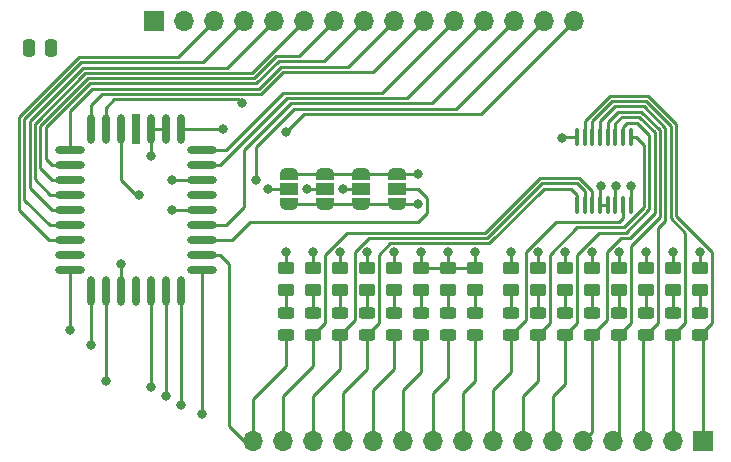
<source format=gbr>
%TF.GenerationSoftware,KiCad,Pcbnew,(6.0.0-0)*%
%TF.CreationDate,2022-08-18T21:47:30-04:00*%
%TF.ProjectId,CPU-Microcode-EEPROMs,4350552d-4d69-4637-926f-636f64652d45,rev?*%
%TF.SameCoordinates,Original*%
%TF.FileFunction,Copper,L1,Top*%
%TF.FilePolarity,Positive*%
%FSLAX46Y46*%
G04 Gerber Fmt 4.6, Leading zero omitted, Abs format (unit mm)*
G04 Created by KiCad (PCBNEW (6.0.0-0)) date 2022-08-18 21:47:30*
%MOMM*%
%LPD*%
G01*
G04 APERTURE LIST*
G04 Aperture macros list*
%AMRoundRect*
0 Rectangle with rounded corners*
0 $1 Rounding radius*
0 $2 $3 $4 $5 $6 $7 $8 $9 X,Y pos of 4 corners*
0 Add a 4 corners polygon primitive as box body*
4,1,4,$2,$3,$4,$5,$6,$7,$8,$9,$2,$3,0*
0 Add four circle primitives for the rounded corners*
1,1,$1+$1,$2,$3*
1,1,$1+$1,$4,$5*
1,1,$1+$1,$6,$7*
1,1,$1+$1,$8,$9*
0 Add four rect primitives between the rounded corners*
20,1,$1+$1,$2,$3,$4,$5,0*
20,1,$1+$1,$4,$5,$6,$7,0*
20,1,$1+$1,$6,$7,$8,$9,0*
20,1,$1+$1,$8,$9,$2,$3,0*%
%AMFreePoly0*
4,1,22,0.550000,-0.750000,0.000000,-0.750000,0.000000,-0.745033,-0.079941,-0.743568,-0.215256,-0.701293,-0.333266,-0.622738,-0.424486,-0.514219,-0.481581,-0.384460,-0.499164,-0.250000,-0.500000,-0.250000,-0.500000,0.250000,-0.499164,0.250000,-0.499963,0.256109,-0.478152,0.396186,-0.417904,0.524511,-0.324060,0.630769,-0.204165,0.706417,-0.067858,0.745374,0.000000,0.744959,0.000000,0.750000,
0.550000,0.750000,0.550000,-0.750000,0.550000,-0.750000,$1*%
%AMFreePoly1*
4,1,20,0.000000,0.744959,0.073905,0.744508,0.209726,0.703889,0.328688,0.626782,0.421226,0.519385,0.479903,0.390333,0.500000,0.250000,0.500000,-0.250000,0.499851,-0.262216,0.476331,-0.402017,0.414519,-0.529596,0.319384,-0.634700,0.198574,-0.708877,0.061801,-0.746166,0.000000,-0.745033,0.000000,-0.750000,-0.550000,-0.750000,-0.550000,0.750000,0.000000,0.750000,0.000000,0.744959,
0.000000,0.744959,$1*%
G04 Aperture macros list end*
%TA.AperFunction,SMDPad,CuDef*%
%ADD10RoundRect,0.250000X-0.250000X-0.475000X0.250000X-0.475000X0.250000X0.475000X-0.250000X0.475000X0*%
%TD*%
%TA.AperFunction,SMDPad,CuDef*%
%ADD11RoundRect,0.100000X0.100000X-0.637500X0.100000X0.637500X-0.100000X0.637500X-0.100000X-0.637500X0*%
%TD*%
%TA.AperFunction,SMDPad,CuDef*%
%ADD12RoundRect,0.250000X0.450000X-0.262500X0.450000X0.262500X-0.450000X0.262500X-0.450000X-0.262500X0*%
%TD*%
%TA.AperFunction,SMDPad,CuDef*%
%ADD13RoundRect,0.243750X-0.456250X0.243750X-0.456250X-0.243750X0.456250X-0.243750X0.456250X0.243750X0*%
%TD*%
%TA.AperFunction,SMDPad,CuDef*%
%ADD14R,0.644962X2.535553*%
%TD*%
%TA.AperFunction,SMDPad,CuDef*%
%ADD15RoundRect,0.322481X0.000000X-0.945295X0.000000X-0.945295X0.000000X0.945295X0.000000X0.945295X0*%
%TD*%
%TA.AperFunction,SMDPad,CuDef*%
%ADD16RoundRect,0.322481X-0.945295X0.000000X0.945295X0.000000X0.945295X0.000000X-0.945295X0.000000X0*%
%TD*%
%TA.AperFunction,SMDPad,CuDef*%
%ADD17FreePoly0,270.000000*%
%TD*%
%TA.AperFunction,SMDPad,CuDef*%
%ADD18R,1.500000X1.000000*%
%TD*%
%TA.AperFunction,SMDPad,CuDef*%
%ADD19FreePoly1,270.000000*%
%TD*%
%TA.AperFunction,ComponentPad*%
%ADD20R,1.700000X1.700000*%
%TD*%
%TA.AperFunction,ComponentPad*%
%ADD21O,1.700000X1.700000*%
%TD*%
%TA.AperFunction,ViaPad*%
%ADD22C,0.800000*%
%TD*%
%TA.AperFunction,Conductor*%
%ADD23C,0.250000*%
%TD*%
G04 APERTURE END LIST*
D10*
%TO.P,C1,2*%
%TO.N,GND*%
X60386000Y-79502000D03*
%TO.P,C1,1*%
%TO.N,VCC*%
X58486000Y-79502000D03*
%TD*%
D11*
%TO.P,U1,1,A0*%
%TO.N,\u03BC4*%
X104913000Y-92778500D03*
%TO.P,U1,2,A1*%
%TO.N,\u03BC5*%
X105563000Y-92778500D03*
%TO.P,U1,3,A2*%
%TO.N,\u03BC6*%
X106213000Y-92778500D03*
%TO.P,U1,4,E1*%
%TO.N,GND*%
X106863000Y-92778500D03*
%TO.P,U1,5,E2*%
X107513000Y-92778500D03*
%TO.P,U1,6,E3*%
%TO.N,VCC*%
X108163000Y-92778500D03*
%TO.P,U1,7,O7*%
%TO.N,~{DECODE_CONTROL_7}*%
X108813000Y-92778500D03*
%TO.P,U1,8,GND*%
%TO.N,GND*%
X109463000Y-92778500D03*
%TO.P,U1,9,O6*%
%TO.N,~{DECODE_CONTROL_6}*%
X109463000Y-87053500D03*
%TO.P,U1,10,O5*%
%TO.N,~{DECODE_CONTROL_5}*%
X108813000Y-87053500D03*
%TO.P,U1,11,O4*%
%TO.N,~{DECODE_CONTROL_4}*%
X108163000Y-87053500D03*
%TO.P,U1,12,O3*%
%TO.N,~{DECODE_CONTROL_3}*%
X107513000Y-87053500D03*
%TO.P,U1,13,O2*%
%TO.N,~{DECODE_CONTROL_2}*%
X106863000Y-87053500D03*
%TO.P,U1,14,O1*%
%TO.N,~{DECODE_CONTROL_1}*%
X106213000Y-87053500D03*
%TO.P,U1,15,O0*%
%TO.N,~{DECODE_CONTROL_0}*%
X105563000Y-87053500D03*
%TO.P,U1,16,VCC*%
%TO.N,VCC*%
X104913000Y-87053500D03*
%TD*%
D12*
%TO.P,R2,1*%
%TO.N,Net-(D2-Pad1)*%
X101600000Y-99972500D03*
%TO.P,R2,2*%
%TO.N,GND*%
X101600000Y-98147500D03*
%TD*%
D13*
%TO.P,D2,1,K*%
%TO.N,Net-(D2-Pad1)*%
X101600000Y-101932500D03*
%TO.P,D2,2,A*%
%TO.N,~{DECODE_CONTROL_6}*%
X101600000Y-103807500D03*
%TD*%
D14*
%TO.P,U2,1,nc*%
%TO.N,unconnected-(U2-Pad1)*%
X67564000Y-86374448D03*
D15*
%TO.P,U2,2,A14*%
%TO.N,A14*%
X66294000Y-86374448D03*
%TO.P,U2,3,A12*%
%TO.N,INSTRUCTION7*%
X65024000Y-86374448D03*
%TO.P,U2,4,A7*%
%TO.N,INSTRUCTION2*%
X63754000Y-86374448D03*
D16*
%TO.P,U2,5,A6*%
%TO.N,INSTRUCTION1*%
X61990448Y-88138000D03*
%TO.P,U2,6,A5*%
%TO.N,INSTRUCTION0*%
X61990448Y-89408000D03*
%TO.P,U2,7,A4*%
%TO.N,STEP4*%
X61990448Y-90678000D03*
%TO.P,U2,8,A3*%
%TO.N,STEP3*%
X61990448Y-91948000D03*
%TO.P,U2,9,A2*%
%TO.N,STEP2*%
X61990448Y-93218000D03*
%TO.P,U2,10,A1*%
%TO.N,STEP1*%
X61990448Y-94488000D03*
%TO.P,U2,11,A0*%
%TO.N,STEP0*%
X61990448Y-95758000D03*
%TO.P,U2,12,nc*%
%TO.N,unconnected-(U2-Pad12)*%
X61990448Y-97028000D03*
%TO.P,U2,13,I/O0*%
%TO.N,\u03BC0*%
X61990448Y-98298000D03*
D15*
%TO.P,U2,14,I/O1*%
%TO.N,\u03BC1*%
X63754000Y-100061553D03*
%TO.P,U2,15,I/O2*%
%TO.N,\u03BC2*%
X65024000Y-100061553D03*
%TO.P,U2,16,Gnd*%
%TO.N,GND*%
X66294000Y-100061553D03*
%TO.P,U2,17,nc*%
%TO.N,unconnected-(U2-Pad17)*%
X67564000Y-100061553D03*
%TO.P,U2,18,I/O3*%
%TO.N,\u03BC3*%
X68834000Y-100061553D03*
%TO.P,U2,19,I/O4*%
%TO.N,\u03BC4*%
X70104000Y-100061553D03*
%TO.P,U2,20,I/O5*%
%TO.N,\u03BC5*%
X71374000Y-100061553D03*
D16*
%TO.P,U2,21,I/O6*%
%TO.N,\u03BC6*%
X73137553Y-98298000D03*
%TO.P,U2,22,I/O7*%
%TO.N,\u03BC7*%
X73137553Y-97028000D03*
%TO.P,U2,23,~{CE}*%
%TO.N,~{CE}*%
X73137553Y-95758000D03*
%TO.P,U2,24,A10*%
%TO.N,INSTRUCTION5*%
X73137553Y-94488000D03*
%TO.P,U2,25,~{OE}*%
%TO.N,~{OE}*%
X73137553Y-93218000D03*
%TO.P,U2,26,NC*%
%TO.N,unconnected-(U2-Pad26)*%
X73137553Y-91948000D03*
%TO.P,U2,27,A11*%
%TO.N,INSTRUCTION6*%
X73137553Y-90678000D03*
%TO.P,U2,28,A9*%
%TO.N,INSTRUCTION4*%
X73137553Y-89408000D03*
%TO.P,U2,29,A8*%
%TO.N,INSTRUCTION3*%
X73137553Y-88138000D03*
D15*
%TO.P,U2,30,A13*%
%TO.N,A13*%
X71374000Y-86374448D03*
%TO.P,U2,31,~{WE}*%
%TO.N,VCC*%
X70104000Y-86374448D03*
%TO.P,U2,32,Vcc*%
X68834000Y-86374448D03*
%TD*%
D13*
%TO.P,D15,1,K*%
%TO.N,Net-(D15-Pad1)*%
X93980000Y-101932500D03*
%TO.P,D15,2,A*%
%TO.N,\u03BC1*%
X93980000Y-103807500D03*
%TD*%
D17*
%TO.P,JP4,1,A*%
%TO.N,VCC*%
X83566000Y-90140000D03*
D18*
%TO.P,JP4,2,C*%
%TO.N,A14*%
X83566000Y-91440000D03*
D19*
%TO.P,JP4,3,B*%
%TO.N,GND*%
X83566000Y-92740000D03*
%TD*%
D13*
%TO.P,D5,1,K*%
%TO.N,Net-(D5-Pad1)*%
X108458000Y-101932500D03*
%TO.P,D5,2,A*%
%TO.N,~{DECODE_CONTROL_3}*%
X108458000Y-103807500D03*
%TD*%
%TO.P,D9,1,K*%
%TO.N,Net-(D9-Pad1)*%
X80264000Y-101932500D03*
%TO.P,D9,2,A*%
%TO.N,\u03BC7*%
X80264000Y-103807500D03*
%TD*%
D12*
%TO.P,R4,1*%
%TO.N,Net-(D4-Pad1)*%
X106172000Y-99972500D03*
%TO.P,R4,2*%
%TO.N,GND*%
X106172000Y-98147500D03*
%TD*%
D13*
%TO.P,D8,1,K*%
%TO.N,Net-(D8-Pad1)*%
X115316000Y-101932500D03*
%TO.P,D8,2,A*%
%TO.N,~{DECODE_CONTROL_0}*%
X115316000Y-103807500D03*
%TD*%
D12*
%TO.P,R12,1*%
%TO.N,Net-(D12-Pad1)*%
X87122000Y-99972500D03*
%TO.P,R12,2*%
%TO.N,GND*%
X87122000Y-98147500D03*
%TD*%
%TO.P,R14,1*%
%TO.N,Net-(D14-Pad1)*%
X91694000Y-99972500D03*
%TO.P,R14,2*%
%TO.N,GND*%
X91694000Y-98147500D03*
%TD*%
%TO.P,R9,1*%
%TO.N,Net-(D9-Pad1)*%
X80264000Y-99972500D03*
%TO.P,R9,2*%
%TO.N,GND*%
X80264000Y-98147500D03*
%TD*%
%TO.P,R15,1*%
%TO.N,Net-(D15-Pad1)*%
X93980000Y-99972500D03*
%TO.P,R15,2*%
%TO.N,GND*%
X93980000Y-98147500D03*
%TD*%
D17*
%TO.P,JP2,1,A*%
%TO.N,VCC*%
X86614000Y-90140000D03*
D18*
%TO.P,JP2,2,C*%
%TO.N,~{OE}*%
X86614000Y-91440000D03*
D19*
%TO.P,JP2,3,B*%
%TO.N,GND*%
X86614000Y-92740000D03*
%TD*%
D12*
%TO.P,R11,1*%
%TO.N,Net-(D11-Pad1)*%
X84836000Y-99972500D03*
%TO.P,R11,2*%
%TO.N,GND*%
X84836000Y-98147500D03*
%TD*%
D13*
%TO.P,D11,1,K*%
%TO.N,Net-(D11-Pad1)*%
X84836000Y-101932500D03*
%TO.P,D11,2,A*%
%TO.N,\u03BC5*%
X84836000Y-103807500D03*
%TD*%
D12*
%TO.P,R10,1*%
%TO.N,Net-(D10-Pad1)*%
X82550000Y-99972500D03*
%TO.P,R10,2*%
%TO.N,GND*%
X82550000Y-98147500D03*
%TD*%
D13*
%TO.P,D6,1,K*%
%TO.N,Net-(D6-Pad1)*%
X110744000Y-101932500D03*
%TO.P,D6,2,A*%
%TO.N,~{DECODE_CONTROL_2}*%
X110744000Y-103807500D03*
%TD*%
%TO.P,D7,1,K*%
%TO.N,Net-(D7-Pad1)*%
X113030000Y-101932500D03*
%TO.P,D7,2,A*%
%TO.N,~{DECODE_CONTROL_1}*%
X113030000Y-103807500D03*
%TD*%
%TO.P,D4,1,K*%
%TO.N,Net-(D4-Pad1)*%
X106172000Y-101932500D03*
%TO.P,D4,2,A*%
%TO.N,~{DECODE_CONTROL_4}*%
X106172000Y-103807500D03*
%TD*%
D17*
%TO.P,JP3,1,A*%
%TO.N,VCC*%
X80518000Y-90140000D03*
D18*
%TO.P,JP3,2,C*%
%TO.N,A13*%
X80518000Y-91440000D03*
D19*
%TO.P,JP3,3,B*%
%TO.N,GND*%
X80518000Y-92740000D03*
%TD*%
D13*
%TO.P,D3,1,K*%
%TO.N,Net-(D3-Pad1)*%
X103886000Y-101932500D03*
%TO.P,D3,2,A*%
%TO.N,~{DECODE_CONTROL_5}*%
X103886000Y-103807500D03*
%TD*%
D12*
%TO.P,R3,1*%
%TO.N,Net-(D3-Pad1)*%
X103886000Y-99972500D03*
%TO.P,R3,2*%
%TO.N,GND*%
X103886000Y-98147500D03*
%TD*%
%TO.P,R6,1*%
%TO.N,Net-(D6-Pad1)*%
X110744000Y-99972500D03*
%TO.P,R6,2*%
%TO.N,GND*%
X110744000Y-98147500D03*
%TD*%
D13*
%TO.P,D16,1,K*%
%TO.N,Net-(D16-Pad1)*%
X96266000Y-101932500D03*
%TO.P,D16,2,A*%
%TO.N,\u03BC0*%
X96266000Y-103807500D03*
%TD*%
%TO.P,D12,1,K*%
%TO.N,Net-(D12-Pad1)*%
X87122000Y-101932500D03*
%TO.P,D12,2,A*%
%TO.N,\u03BC4*%
X87122000Y-103807500D03*
%TD*%
D12*
%TO.P,R7,1*%
%TO.N,Net-(D7-Pad1)*%
X113030000Y-99972500D03*
%TO.P,R7,2*%
%TO.N,GND*%
X113030000Y-98147500D03*
%TD*%
D13*
%TO.P,D1,1,K*%
%TO.N,Net-(D1-Pad1)*%
X99314000Y-101932500D03*
%TO.P,D1,2,A*%
%TO.N,~{DECODE_CONTROL_7}*%
X99314000Y-103807500D03*
%TD*%
%TO.P,D13,1,K*%
%TO.N,Net-(D13-Pad1)*%
X89408000Y-101932500D03*
%TO.P,D13,2,A*%
%TO.N,\u03BC3*%
X89408000Y-103807500D03*
%TD*%
D17*
%TO.P,JP1,1,A*%
%TO.N,VCC*%
X89662000Y-90140000D03*
D18*
%TO.P,JP1,2,C*%
%TO.N,~{CE}*%
X89662000Y-91440000D03*
D19*
%TO.P,JP1,3,B*%
%TO.N,GND*%
X89662000Y-92740000D03*
%TD*%
D13*
%TO.P,D10,1,K*%
%TO.N,Net-(D10-Pad1)*%
X82550000Y-101932500D03*
%TO.P,D10,2,A*%
%TO.N,\u03BC6*%
X82550000Y-103807500D03*
%TD*%
D12*
%TO.P,R1,1*%
%TO.N,Net-(D1-Pad1)*%
X99314000Y-99972500D03*
%TO.P,R1,2*%
%TO.N,GND*%
X99314000Y-98147500D03*
%TD*%
%TO.P,R5,1*%
%TO.N,Net-(D5-Pad1)*%
X108458000Y-99972500D03*
%TO.P,R5,2*%
%TO.N,GND*%
X108458000Y-98147500D03*
%TD*%
%TO.P,R13,1*%
%TO.N,Net-(D13-Pad1)*%
X89408000Y-99972500D03*
%TO.P,R13,2*%
%TO.N,GND*%
X89408000Y-98147500D03*
%TD*%
D13*
%TO.P,D14,1,K*%
%TO.N,Net-(D14-Pad1)*%
X91694000Y-101932500D03*
%TO.P,D14,2,A*%
%TO.N,\u03BC2*%
X91694000Y-103807500D03*
%TD*%
D12*
%TO.P,R16,1*%
%TO.N,Net-(D16-Pad1)*%
X96266000Y-99972500D03*
%TO.P,R16,2*%
%TO.N,GND*%
X96266000Y-98147500D03*
%TD*%
%TO.P,R8,1*%
%TO.N,Net-(D8-Pad1)*%
X115316000Y-99972500D03*
%TO.P,R8,2*%
%TO.N,GND*%
X115316000Y-98147500D03*
%TD*%
D20*
%TO.P,J2,1,Pin_1*%
%TO.N,~{DECODE_CONTROL_0}*%
X115570000Y-112776000D03*
D21*
%TO.P,J2,2,Pin_2*%
%TO.N,~{DECODE_CONTROL_1}*%
X113030000Y-112776000D03*
%TO.P,J2,3,Pin_3*%
%TO.N,~{DECODE_CONTROL_2}*%
X110490000Y-112776000D03*
%TO.P,J2,4,Pin_4*%
%TO.N,~{DECODE_CONTROL_3}*%
X107950000Y-112776000D03*
%TO.P,J2,5,Pin_5*%
%TO.N,~{DECODE_CONTROL_4}*%
X105410000Y-112776000D03*
%TO.P,J2,6,Pin_6*%
%TO.N,~{DECODE_CONTROL_5}*%
X102870000Y-112776000D03*
%TO.P,J2,7,Pin_7*%
%TO.N,~{DECODE_CONTROL_6}*%
X100330000Y-112776000D03*
%TO.P,J2,8,Pin_8*%
%TO.N,~{DECODE_CONTROL_7}*%
X97790000Y-112776000D03*
%TO.P,J2,9,Pin_9*%
%TO.N,\u03BC0*%
X95250000Y-112776000D03*
%TO.P,J2,10,Pin_10*%
%TO.N,\u03BC1*%
X92710000Y-112776000D03*
%TO.P,J2,11,Pin_11*%
%TO.N,\u03BC2*%
X90170000Y-112776000D03*
%TO.P,J2,12,Pin_12*%
%TO.N,\u03BC3*%
X87630000Y-112776000D03*
%TO.P,J2,13,Pin_13*%
%TO.N,\u03BC4*%
X85090000Y-112776000D03*
%TO.P,J2,14,Pin_14*%
%TO.N,\u03BC5*%
X82550000Y-112776000D03*
%TO.P,J2,15,Pin_15*%
%TO.N,\u03BC6*%
X80010000Y-112776000D03*
%TO.P,J2,16,Pin_16*%
%TO.N,\u03BC7*%
X77470000Y-112776000D03*
%TD*%
D20*
%TO.P,J1,1,Pin_1*%
%TO.N,VCC*%
X69088000Y-77216000D03*
D21*
%TO.P,J1,2,Pin_2*%
%TO.N,GND*%
X71628000Y-77216000D03*
%TO.P,J1,3,Pin_3*%
%TO.N,STEP0*%
X74168000Y-77216000D03*
%TO.P,J1,4,Pin_4*%
%TO.N,STEP1*%
X76708000Y-77216000D03*
%TO.P,J1,5,Pin_5*%
%TO.N,STEP2*%
X79248000Y-77216000D03*
%TO.P,J1,6,Pin_6*%
%TO.N,STEP3*%
X81788000Y-77216000D03*
%TO.P,J1,7,Pin_7*%
%TO.N,STEP4*%
X84328000Y-77216000D03*
%TO.P,J1,8,Pin_8*%
%TO.N,INSTRUCTION0*%
X86868000Y-77216000D03*
%TO.P,J1,9,Pin_9*%
%TO.N,INSTRUCTION1*%
X89408000Y-77216000D03*
%TO.P,J1,10,Pin_10*%
%TO.N,INSTRUCTION2*%
X91948000Y-77216000D03*
%TO.P,J1,11,Pin_11*%
%TO.N,INSTRUCTION3*%
X94488000Y-77216000D03*
%TO.P,J1,12,Pin_12*%
%TO.N,INSTRUCTION4*%
X97028000Y-77216000D03*
%TO.P,J1,13,Pin_13*%
%TO.N,INSTRUCTION5*%
X99568000Y-77216000D03*
%TO.P,J1,14,Pin_14*%
%TO.N,INSTRUCTION6*%
X102108000Y-77216000D03*
%TO.P,J1,15,Pin_15*%
%TO.N,INSTRUCTION7*%
X104648000Y-77216000D03*
%TD*%
D22*
%TO.N,GND*%
X109474000Y-91186000D03*
X106934000Y-91186000D03*
%TO.N,VCC*%
X108204000Y-91186000D03*
X103632000Y-87122000D03*
%TO.N,GND*%
X115311701Y-96778299D03*
X110744000Y-96774007D03*
X101600000Y-96774000D03*
X87122000Y-96774000D03*
X80264000Y-96774000D03*
X99314000Y-96774000D03*
X91440000Y-92710000D03*
X108458000Y-96774000D03*
X82550000Y-96774000D03*
X66294000Y-97790000D03*
X103886000Y-96774000D03*
X91694000Y-96774000D03*
X84836000Y-96774000D03*
X93980000Y-96774000D03*
X96266000Y-96774000D03*
X89408000Y-96774000D03*
X106172000Y-96774000D03*
X113030000Y-96774000D03*
%TO.N,VCC*%
X68834000Y-88646000D03*
X91440000Y-90170000D03*
%TO.N,~{OE}*%
X85090000Y-91440000D03*
X70612000Y-93218000D03*
%TO.N,A13*%
X74930000Y-86360000D03*
X78740000Y-91440000D03*
%TO.N,A14*%
X82042000Y-91440000D03*
X67818000Y-91948000D03*
%TO.N,INSTRUCTION7*%
X80264000Y-86614000D03*
X76517666Y-84135073D03*
%TO.N,INSTRUCTION6*%
X70612000Y-90678000D03*
X77724000Y-90678000D03*
%TO.N,\u03BC5*%
X71374000Y-109728000D03*
%TO.N,\u03BC4*%
X70104000Y-108966000D03*
%TO.N,\u03BC6*%
X73152000Y-110490000D03*
%TO.N,\u03BC0*%
X61976000Y-103378000D03*
%TO.N,\u03BC1*%
X63754000Y-104648000D03*
%TO.N,\u03BC2*%
X65024000Y-107696000D03*
%TO.N,\u03BC3*%
X68834000Y-108204000D03*
%TD*%
D23*
%TO.N,STEP4*%
X77577661Y-82062043D02*
X79454236Y-80185468D01*
%TO.N,STEP0*%
X62738000Y-80264000D02*
X57658000Y-85344000D01*
%TO.N,STEP2*%
X58557022Y-85716386D02*
X63110386Y-81163022D01*
%TO.N,STEP0*%
X74168000Y-77216000D02*
X71120000Y-80264000D01*
%TO.N,STEP4*%
X63482772Y-82062044D02*
X77577661Y-82062043D01*
%TO.N,STEP3*%
X60325704Y-91948000D02*
X59006533Y-90628829D01*
%TO.N,STEP4*%
X59456044Y-89682044D02*
X59456044Y-86088772D01*
%TO.N,STEP1*%
X60261852Y-94488000D02*
X58107511Y-92333659D01*
%TO.N,STEP2*%
X63110386Y-81163022D02*
X75300978Y-81163022D01*
%TO.N,STEP3*%
X59006533Y-90628829D02*
X59006533Y-85902579D01*
%TO.N,STEP0*%
X60198000Y-95758000D02*
X61990448Y-95758000D01*
%TO.N,STEP2*%
X75300978Y-81163022D02*
X79248000Y-77216000D01*
%TO.N,STEP4*%
X60452000Y-90678000D02*
X59456044Y-89682044D01*
%TO.N,STEP1*%
X58107511Y-85530193D02*
X62924193Y-80713511D01*
X58107511Y-92333659D02*
X58107511Y-85530193D01*
%TO.N,STEP4*%
X79454236Y-80185468D02*
X81358532Y-80185468D01*
%TO.N,STEP1*%
X62924193Y-80713511D02*
X73210489Y-80713511D01*
%TO.N,STEP3*%
X61990448Y-91948000D02*
X60325704Y-91948000D01*
X59006533Y-85902579D02*
X63296579Y-81612533D01*
X63296579Y-81612533D02*
X77391467Y-81612533D01*
%TO.N,STEP1*%
X61990448Y-94488000D02*
X60261852Y-94488000D01*
%TO.N,STEP4*%
X61990448Y-90678000D02*
X60452000Y-90678000D01*
%TO.N,STEP2*%
X60452000Y-93218000D02*
X58557022Y-91323022D01*
X61990448Y-93218000D02*
X60452000Y-93218000D01*
X58557022Y-91323022D02*
X58557022Y-85716386D01*
%TO.N,STEP1*%
X73210489Y-80713511D02*
X76708000Y-77216000D01*
%TO.N,STEP3*%
X77391467Y-81612533D02*
X81788000Y-77216000D01*
%TO.N,STEP4*%
X59456044Y-86088772D02*
X63482772Y-82062044D01*
X81358532Y-80185468D02*
X84328000Y-77216000D01*
%TO.N,STEP0*%
X71120000Y-80264000D02*
X62738000Y-80264000D01*
X57658000Y-85344000D02*
X57658000Y-93218000D01*
X57658000Y-93218000D02*
X60198000Y-95758000D01*
%TO.N,INSTRUCTION0*%
X61990448Y-89408000D02*
X60452000Y-89408000D01*
X77763855Y-82511553D02*
X79640430Y-80634978D01*
X60452000Y-89408000D02*
X59944000Y-88900000D01*
X79640430Y-80634978D02*
X83449022Y-80634978D01*
X59944000Y-88900000D02*
X59944000Y-86236520D01*
X59944000Y-86236520D02*
X63668965Y-82511555D01*
X63668965Y-82511555D02*
X77763855Y-82511553D01*
X83449022Y-80634978D02*
X86868000Y-77216000D01*
%TO.N,INSTRUCTION2*%
X80012816Y-81534000D02*
X78136242Y-83410574D01*
X76231947Y-83410573D02*
X64671423Y-83410577D01*
X64671423Y-83410577D02*
X63754000Y-84328000D01*
%TO.N,INSTRUCTION1*%
X77950049Y-82961063D02*
X79826623Y-81084489D01*
X63868011Y-82961066D02*
X64912592Y-82961066D01*
X61990448Y-84838629D02*
X63868011Y-82961066D01*
X64912592Y-82961066D02*
X77950049Y-82961063D01*
X85539511Y-81084489D02*
X89408000Y-77216000D01*
X61990448Y-88138000D02*
X61990448Y-84838629D01*
%TO.N,INSTRUCTION2*%
X78136242Y-83410574D02*
X76231947Y-83410573D01*
%TO.N,INSTRUCTION1*%
X79826623Y-81084489D02*
X85539511Y-81084489D01*
%TO.N,INSTRUCTION2*%
X91948000Y-77216000D02*
X87630000Y-81534000D01*
X87630000Y-81534000D02*
X80012816Y-81534000D01*
X63754000Y-84328000D02*
X63754000Y-86374448D01*
%TO.N,INSTRUCTION7*%
X65024000Y-84582000D02*
X65745915Y-83860085D01*
X76242678Y-83860085D02*
X76517666Y-84135073D01*
X65745915Y-83860085D02*
X76242678Y-83860085D01*
X65024000Y-86374448D02*
X65024000Y-84582000D01*
%TO.N,~{DECODE_CONTROL_6}*%
X101600000Y-103807500D02*
X102624520Y-102782980D01*
X108878394Y-94700967D02*
X110586935Y-92992426D01*
X109913500Y-87053500D02*
X109463000Y-87053500D01*
X102624520Y-102782980D02*
X102624520Y-97010880D01*
X102624520Y-97010880D02*
X104934433Y-94700967D01*
X104934433Y-94700967D02*
X108878394Y-94700967D01*
X110586935Y-87726935D02*
X109913500Y-87053500D01*
X110586935Y-92992426D02*
X110586935Y-87726935D01*
%TO.N,GND*%
X109463000Y-92778500D02*
X109463000Y-91197000D01*
X109463000Y-91197000D02*
X109474000Y-91186000D01*
X106863000Y-92778500D02*
X106863000Y-91257000D01*
X106863000Y-91257000D02*
X106934000Y-91186000D01*
X107513000Y-92778500D02*
X106863000Y-92778500D01*
%TO.N,VCC*%
X108163000Y-92778500D02*
X108163000Y-91227000D01*
X108163000Y-91227000D02*
X108204000Y-91186000D01*
X104913000Y-87053500D02*
X103700500Y-87053500D01*
X103700500Y-87053500D02*
X103632000Y-87122000D01*
%TO.N,\u03BC4*%
X88146520Y-102782980D02*
X88146520Y-97010880D01*
X102108000Y-91440000D02*
X104394000Y-91440000D01*
X104913000Y-91959000D02*
X104913000Y-92778500D01*
X88146520Y-97010880D02*
X89107901Y-96049499D01*
X89107901Y-96049499D02*
X97498501Y-96049499D01*
X87122000Y-103807500D02*
X88146520Y-102782980D01*
X97498501Y-96049499D02*
X102108000Y-91440000D01*
X104394000Y-91440000D02*
X104913000Y-91959000D01*
%TO.N,\u03BC6*%
X105093375Y-90482490D02*
X106213000Y-91602115D01*
X85434922Y-95150478D02*
X97126114Y-95150478D01*
%TO.N,\u03BC5*%
X105563000Y-91587819D02*
X105563000Y-92778500D01*
X86097480Y-102546020D02*
X86097480Y-96773920D01*
%TO.N,\u03BC6*%
X97126114Y-95150478D02*
X101794103Y-90482489D01*
X101794103Y-90482489D02*
X105093375Y-90482490D01*
X106213000Y-91602115D02*
X106213000Y-92778500D01*
X83574520Y-97010880D02*
X85434922Y-95150478D01*
X83574520Y-102782980D02*
X83574520Y-97010880D01*
X82550000Y-103807500D02*
X83574520Y-102782980D01*
%TO.N,\u03BC5*%
X84836000Y-103807500D02*
X86097480Y-102546020D01*
X86097480Y-96773920D02*
X87271411Y-95599989D01*
X87271411Y-95599989D02*
X97312307Y-95599989D01*
X97312307Y-95599989D02*
X101980296Y-90932000D01*
X101980296Y-90932000D02*
X104907181Y-90932000D01*
X104907181Y-90932000D02*
X105563000Y-91587819D01*
%TO.N,~{DECODE_CONTROL_1}*%
X106213000Y-85683296D02*
X106213000Y-87053500D01*
X113030000Y-103807500D02*
X114054520Y-102782980D01*
X112834487Y-86098990D02*
X110730965Y-83995468D01*
X114054520Y-95132224D02*
X112834486Y-93912190D01*
X112834486Y-93912190D02*
X112834487Y-86098990D01*
X107900827Y-83995469D02*
X106213000Y-85683296D01*
X114054520Y-102782980D02*
X114054520Y-95132224D01*
X110730965Y-83995468D02*
X107900827Y-83995469D01*
%TO.N,~{DECODE_CONTROL_0}*%
X115316000Y-103807500D02*
X116340520Y-102782980D01*
X116340520Y-102782980D02*
X116340520Y-96782520D01*
X116340520Y-96782520D02*
X113283997Y-93725997D01*
X105563000Y-85697592D02*
X105563000Y-87053500D01*
X113283997Y-93725997D02*
X113283997Y-85912796D01*
X113283997Y-85912796D02*
X110917158Y-83545957D01*
X110917158Y-83545957D02*
X107714633Y-83545959D01*
X107714633Y-83545959D02*
X105563000Y-85697592D01*
%TO.N,~{DECODE_CONTROL_5}*%
X103886000Y-103807500D02*
X104910520Y-102782980D01*
X109982000Y-85852000D02*
X109146319Y-85852000D01*
X109065522Y-95150478D02*
X111036445Y-93179555D01*
X108813000Y-86185319D02*
X108813000Y-87053500D01*
X104910520Y-102782980D02*
X104910520Y-97010880D01*
X106770922Y-95150478D02*
X109065522Y-95150478D01*
X111036445Y-93179555D02*
X111036445Y-86906445D01*
X111036445Y-86906445D02*
X109982000Y-85852000D01*
X104910520Y-97010880D02*
X106770922Y-95150478D01*
X109146319Y-85852000D02*
X108813000Y-86185319D01*
%TO.N,~{DECODE_CONTROL_4}*%
X108163000Y-87053500D02*
X108163000Y-85893000D01*
X108163000Y-85893000D02*
X108712000Y-85344000D01*
X108712000Y-85344000D02*
X110172385Y-85344000D01*
X108607411Y-95599989D02*
X107433480Y-96773920D01*
X110172385Y-85344000D02*
X111485956Y-86657571D01*
X109378011Y-95599989D02*
X108607411Y-95599989D01*
X111485956Y-86657571D02*
X111485956Y-93492044D01*
X111485956Y-93492044D02*
X109378011Y-95599989D01*
X107433480Y-96773920D02*
X107433480Y-102546020D01*
X107433480Y-102546020D02*
X106172000Y-103807500D01*
%TO.N,~{DECODE_CONTROL_3}*%
X111935467Y-93776581D02*
X111935466Y-86471377D01*
X109482520Y-102782980D02*
X109482520Y-96229528D01*
X109482520Y-96229528D02*
X111935467Y-93776581D01*
X108458000Y-103807500D02*
X109482520Y-102782980D01*
X111935466Y-86471377D02*
X110358578Y-84894489D01*
X110358578Y-84894489D02*
X108399511Y-84894489D01*
X108399511Y-84894489D02*
X107513000Y-85781000D01*
X107513000Y-85781000D02*
X107513000Y-87053500D01*
%TO.N,~{DECODE_CONTROL_2}*%
X111768520Y-102782980D02*
X110744000Y-103807500D01*
X112384977Y-86285184D02*
X112384978Y-94117022D01*
X106863000Y-87053500D02*
X106863000Y-85669000D01*
X112384978Y-94117022D02*
X111768520Y-94733480D01*
X106863000Y-85669000D02*
X108087021Y-84444979D01*
X108087021Y-84444979D02*
X110544772Y-84444979D01*
X110544772Y-84444979D02*
X112384977Y-86285184D01*
X111768520Y-94733480D02*
X111768520Y-102782980D01*
%TO.N,GND*%
X115316000Y-96782598D02*
X115311701Y-96778299D01*
X115316000Y-98147500D02*
X115316000Y-96782598D01*
%TO.N,~{DECODE_CONTROL_7}*%
X99314000Y-103807500D02*
X100575480Y-102546020D01*
X100575480Y-96773920D02*
X103115400Y-94234000D01*
X100575480Y-102546020D02*
X100575480Y-96773920D01*
X103115400Y-94234000D02*
X108458000Y-94234000D01*
X108458000Y-94234000D02*
X108813000Y-93879000D01*
X108813000Y-93879000D02*
X108813000Y-92778500D01*
%TO.N,GND*%
X87122000Y-98147500D02*
X87122000Y-96774000D01*
X89408000Y-98147500D02*
X89408000Y-96774000D01*
X101600000Y-98147500D02*
X101600000Y-96774000D01*
X96266000Y-98147500D02*
X96266000Y-96774000D01*
X106172000Y-98147500D02*
X106172000Y-96774000D01*
X110744000Y-98147500D02*
X110744000Y-96774007D01*
X99314000Y-98147500D02*
X99314000Y-96774000D01*
X108458000Y-98147500D02*
X108458000Y-96774000D01*
X89662000Y-92740000D02*
X91410000Y-92740000D01*
X82550000Y-98147500D02*
X82550000Y-96774000D01*
X91694000Y-98147500D02*
X96266000Y-98147500D01*
X93980000Y-98147500D02*
X93980000Y-96774000D01*
X103886000Y-98147500D02*
X103886000Y-96774000D01*
X84836000Y-98147500D02*
X84836000Y-96774000D01*
X113030000Y-98147500D02*
X113030000Y-96774000D01*
X91694000Y-98147500D02*
X91694000Y-96774000D01*
X80518000Y-92740000D02*
X89662000Y-92740000D01*
X91410000Y-92740000D02*
X91440000Y-92710000D01*
X66294000Y-100061553D02*
X66294000Y-97790000D01*
X80264000Y-98147500D02*
X80264000Y-96774000D01*
%TO.N,VCC*%
X68834000Y-86374448D02*
X70104000Y-86374448D01*
X91410000Y-90140000D02*
X91440000Y-90170000D01*
X89662000Y-90140000D02*
X91410000Y-90140000D01*
X89662000Y-90140000D02*
X80518000Y-90140000D01*
X68834000Y-86374448D02*
X68834000Y-88646000D01*
%TO.N,~{CE}*%
X92202000Y-93472000D02*
X92202000Y-92202000D01*
X77216000Y-94234000D02*
X91440000Y-94234000D01*
X92202000Y-92202000D02*
X91440000Y-91440000D01*
X91440000Y-94234000D02*
X92202000Y-93472000D01*
X75692000Y-95758000D02*
X77216000Y-94234000D01*
X73137553Y-95758000D02*
X75692000Y-95758000D01*
X91440000Y-91440000D02*
X89662000Y-91440000D01*
%TO.N,~{OE}*%
X85090000Y-91440000D02*
X86614000Y-91440000D01*
X73137553Y-93218000D02*
X70612000Y-93218000D01*
%TO.N,A13*%
X78740000Y-91440000D02*
X80518000Y-91440000D01*
X74915552Y-86374448D02*
X74930000Y-86360000D01*
X71374000Y-86374448D02*
X74915552Y-86374448D01*
%TO.N,A14*%
X67564000Y-91948000D02*
X67818000Y-91948000D01*
X66294000Y-90678000D02*
X67564000Y-91948000D01*
X66294000Y-86374448D02*
X66294000Y-90678000D01*
X82042000Y-91440000D02*
X83566000Y-91440000D01*
%TO.N,INSTRUCTION7*%
X104648000Y-77216000D02*
X96774000Y-85090000D01*
X81788000Y-85090000D02*
X80264000Y-86614000D01*
X96774000Y-85090000D02*
X81788000Y-85090000D01*
%TO.N,INSTRUCTION5*%
X92593020Y-84190980D02*
X80655020Y-84190980D01*
X76708000Y-88138000D02*
X76708000Y-92964000D01*
X99568000Y-77216000D02*
X92593020Y-84190980D01*
X80655020Y-84190980D02*
X76708000Y-88138000D01*
X76708000Y-92964000D02*
X75184000Y-94488000D01*
X75184000Y-94488000D02*
X73137553Y-94488000D01*
%TO.N,INSTRUCTION6*%
X102108000Y-77216000D02*
X94683510Y-84640490D01*
X70612000Y-90678000D02*
X73137553Y-90678000D01*
X77724000Y-87884000D02*
X77724000Y-90678000D01*
X94683510Y-84640490D02*
X80967510Y-84640490D01*
X80967510Y-84640490D02*
X77724000Y-87884000D01*
%TO.N,INSTRUCTION4*%
X90502530Y-83741470D02*
X80342530Y-83741470D01*
X74676000Y-89408000D02*
X73137553Y-89408000D01*
X97028000Y-77216000D02*
X90502530Y-83741470D01*
X80342530Y-83741470D02*
X74676000Y-89408000D01*
%TO.N,INSTRUCTION3*%
X80030040Y-83291960D02*
X75184000Y-88138000D01*
X94488000Y-77216000D02*
X88412040Y-83291960D01*
X75184000Y-88138000D02*
X73137553Y-88138000D01*
X88412040Y-83291960D02*
X80030040Y-83291960D01*
%TO.N,\u03BC5*%
X82550000Y-108966000D02*
X84836000Y-106680000D01*
X84836000Y-106680000D02*
X84836000Y-103807500D01*
X82550000Y-112776000D02*
X82550000Y-108966000D01*
X71374000Y-100061553D02*
X71374000Y-109728000D01*
%TO.N,\u03BC4*%
X85090000Y-108712000D02*
X87122000Y-106680000D01*
X85090000Y-112776000D02*
X85090000Y-108712000D01*
X70104000Y-100061553D02*
X70104000Y-108966000D01*
X87122000Y-106680000D02*
X87122000Y-103807500D01*
%TO.N,\u03BC6*%
X80010000Y-108966000D02*
X82550000Y-106426000D01*
X73137553Y-110475553D02*
X73152000Y-110490000D01*
X82550000Y-106426000D02*
X82550000Y-103807500D01*
X73137553Y-98298000D02*
X73137553Y-110475553D01*
X80010000Y-112776000D02*
X80010000Y-108966000D01*
%TO.N,\u03BC7*%
X76708000Y-112776000D02*
X77470000Y-112776000D01*
X73137553Y-97028000D02*
X74676000Y-97028000D01*
X74676000Y-97028000D02*
X75438000Y-97790000D01*
X77470000Y-109220000D02*
X80264000Y-106426000D01*
X75438000Y-97790000D02*
X75438000Y-111506000D01*
X80264000Y-106426000D02*
X80264000Y-103807500D01*
X77470000Y-112776000D02*
X77470000Y-109220000D01*
X75438000Y-111506000D02*
X76708000Y-112776000D01*
%TO.N,\u03BC0*%
X95250000Y-112776000D02*
X95250000Y-108712000D01*
X95250000Y-108712000D02*
X96266000Y-107696000D01*
X96266000Y-107696000D02*
X96266000Y-103807500D01*
X61990448Y-103363552D02*
X61976000Y-103378000D01*
X61990448Y-98298000D02*
X61990448Y-103363552D01*
%TO.N,\u03BC1*%
X92710000Y-112776000D02*
X92710000Y-108712000D01*
X63754000Y-100061553D02*
X63754000Y-104648000D01*
X92710000Y-108712000D02*
X93980000Y-107442000D01*
X93980000Y-107442000D02*
X93980000Y-103807500D01*
%TO.N,\u03BC2*%
X91694000Y-106934000D02*
X91694000Y-103807500D01*
X90170000Y-108458000D02*
X91694000Y-106934000D01*
X65024000Y-100061553D02*
X65024000Y-107696000D01*
X90170000Y-112776000D02*
X90170000Y-108458000D01*
%TO.N,\u03BC3*%
X68834000Y-100061553D02*
X68834000Y-108204000D01*
X87630000Y-108458000D02*
X89408000Y-106680000D01*
X87630000Y-112776000D02*
X87630000Y-108458000D01*
X89408000Y-106680000D02*
X89408000Y-103807500D01*
%TO.N,~{DECODE_CONTROL_7}*%
X99314000Y-106934000D02*
X99314000Y-103807500D01*
X97790000Y-112776000D02*
X97790000Y-108458000D01*
X97790000Y-108458000D02*
X99314000Y-106934000D01*
%TO.N,~{DECODE_CONTROL_6}*%
X100330000Y-108966000D02*
X101600000Y-107696000D01*
X100330000Y-112776000D02*
X100330000Y-108966000D01*
X101600000Y-107696000D02*
X101600000Y-103807500D01*
%TO.N,~{DECODE_CONTROL_5}*%
X103886000Y-107950000D02*
X103886000Y-103807500D01*
X102870000Y-108966000D02*
X103886000Y-107950000D01*
X102870000Y-112776000D02*
X102870000Y-108966000D01*
%TO.N,~{DECODE_CONTROL_4}*%
X105410000Y-112776000D02*
X106172000Y-112014000D01*
X106172000Y-112014000D02*
X106172000Y-103807500D01*
%TO.N,~{DECODE_CONTROL_3}*%
X108458000Y-112268000D02*
X108458000Y-103807500D01*
X107950000Y-112776000D02*
X108458000Y-112268000D01*
%TO.N,~{DECODE_CONTROL_2}*%
X110490000Y-104061500D02*
X110744000Y-103807500D01*
X110490000Y-112776000D02*
X110490000Y-104061500D01*
%TO.N,~{DECODE_CONTROL_1}*%
X113030000Y-112776000D02*
X113030000Y-103807500D01*
%TO.N,~{DECODE_CONTROL_0}*%
X115570000Y-112776000D02*
X115570000Y-104061500D01*
X115570000Y-104061500D02*
X115316000Y-103807500D01*
%TO.N,Net-(D9-Pad1)*%
X80264000Y-99972500D02*
X80264000Y-101932500D01*
%TO.N,Net-(D1-Pad1)*%
X99314000Y-101932500D02*
X99314000Y-99972500D01*
%TO.N,Net-(D10-Pad1)*%
X82550000Y-101932500D02*
X82550000Y-99972500D01*
%TO.N,Net-(D2-Pad1)*%
X101600000Y-101932500D02*
X101600000Y-99972500D01*
%TO.N,Net-(D11-Pad1)*%
X84836000Y-99972500D02*
X84836000Y-101932500D01*
%TO.N,Net-(D3-Pad1)*%
X103886000Y-99972500D02*
X103886000Y-101932500D01*
%TO.N,Net-(D12-Pad1)*%
X87122000Y-101932500D02*
X87122000Y-99972500D01*
%TO.N,Net-(D4-Pad1)*%
X106172000Y-101932500D02*
X106172000Y-99972500D01*
%TO.N,Net-(D13-Pad1)*%
X89408000Y-99972500D02*
X89408000Y-101932500D01*
%TO.N,Net-(D5-Pad1)*%
X108458000Y-99972500D02*
X108458000Y-101932500D01*
%TO.N,Net-(D14-Pad1)*%
X91694000Y-101932500D02*
X91694000Y-99972500D01*
%TO.N,Net-(D6-Pad1)*%
X110744000Y-101932500D02*
X110744000Y-99972500D01*
%TO.N,Net-(D15-Pad1)*%
X93980000Y-99972500D02*
X93980000Y-101932500D01*
%TO.N,Net-(D7-Pad1)*%
X113030000Y-99972500D02*
X113030000Y-101932500D01*
%TO.N,Net-(D16-Pad1)*%
X96266000Y-101932500D02*
X96266000Y-99972500D01*
%TO.N,Net-(D8-Pad1)*%
X115316000Y-101932500D02*
X115316000Y-99972500D01*
%TD*%
M02*

</source>
